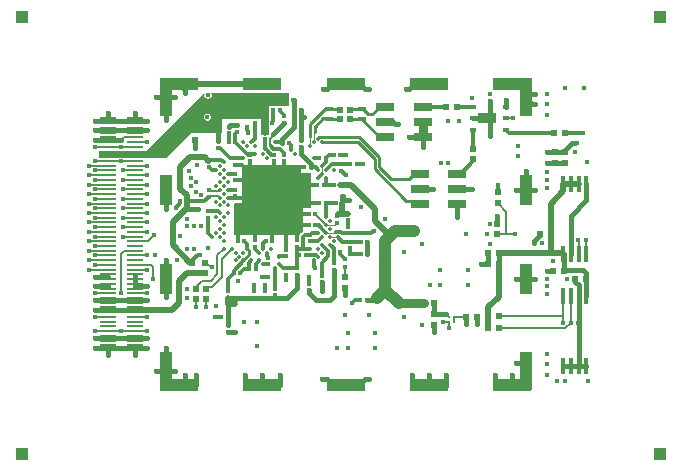
<source format=gbl>
G04 (created by PCBNEW (2013-07-07 BZR 4022)-stable) date 19/11/2015 00:50:24*
%MOIN*%
G04 Gerber Fmt 3.4, Leading zero omitted, Abs format*
%FSLAX34Y34*%
G01*
G70*
G90*
G04 APERTURE LIST*
%ADD10C,0.00590551*%
%ADD11R,0.0177165X0.0570866*%
%ADD12R,0.0392X0.0392*%
%ADD13R,0.0195X0.0195*%
%ADD14R,0.0137795X0.011811*%
%ADD15R,0.011811X0.0137795*%
%ADD16R,0.0606299X0.0362205*%
%ADD17R,0.011811X0.015748*%
%ADD18R,0.023622X0.015748*%
%ADD19R,0.0649X0.0299*%
%ADD20R,0.129921X0.0393701*%
%ADD21R,0.0393701X0.129921*%
%ADD22R,0.0393701X0.102362*%
%ADD23R,0.0566929X0.00905512*%
%ADD24R,0.0649606X0.0299213*%
%ADD25R,0.0259X0.014*%
%ADD26C,0.00866142*%
%ADD27C,0.015748*%
%ADD28C,0.0137795*%
%ADD29C,0.015748*%
%ADD30C,0.00787402*%
%ADD31C,0.019685*%
%ADD32C,0.011811*%
%ADD33C,0.00393701*%
%ADD34C,0.0314961*%
%ADD35C,0.0393701*%
%ADD36C,0.0129921*%
%ADD37C,0.00984252*%
G04 APERTURE END LIST*
G54D10*
G54D11*
X79832Y-57696D03*
X79576Y-57696D03*
X79320Y-57696D03*
X79064Y-57696D03*
X79064Y-55374D03*
X79320Y-55374D03*
X79576Y-55374D03*
X79832Y-55374D03*
G54D12*
X61023Y-60629D03*
X61023Y-46062D03*
X82283Y-60629D03*
X82283Y-46062D03*
G54D13*
X67106Y-54606D03*
X67106Y-54252D03*
X66811Y-55118D03*
X66811Y-55472D03*
X67165Y-55118D03*
X67165Y-55472D03*
X76555Y-56023D03*
X76909Y-56023D03*
G54D14*
X67893Y-56348D03*
X67893Y-56564D03*
G54D11*
X79064Y-51633D03*
X79320Y-51633D03*
X79576Y-51633D03*
X79832Y-51633D03*
X79832Y-53956D03*
X79576Y-53956D03*
X79320Y-53956D03*
X79064Y-53956D03*
G54D14*
X67244Y-51840D03*
X67244Y-52057D03*
X69232Y-54084D03*
X69232Y-54301D03*
X69822Y-54045D03*
X69822Y-53828D03*
X69114Y-55423D03*
X69114Y-55206D03*
G54D15*
X67883Y-56062D03*
X67667Y-56062D03*
X69438Y-54724D03*
X69222Y-54724D03*
X66289Y-52204D03*
X66505Y-52204D03*
G54D14*
X71870Y-52844D03*
X71870Y-52627D03*
G54D15*
X70580Y-52618D03*
X70797Y-52618D03*
G54D14*
X68110Y-52037D03*
X68110Y-51820D03*
G54D15*
X68218Y-53523D03*
X68435Y-53523D03*
X69143Y-53523D03*
X69360Y-53523D03*
G54D14*
X67224Y-52765D03*
X67224Y-52549D03*
X70187Y-53730D03*
X70187Y-53513D03*
X70314Y-50383D03*
X70314Y-50167D03*
X68188Y-49891D03*
X68188Y-49675D03*
G54D15*
X70068Y-48818D03*
X69852Y-48818D03*
G54D14*
X69744Y-49596D03*
X69744Y-49379D03*
G54D15*
X72293Y-55511D03*
X72509Y-55511D03*
G54D14*
X68740Y-55206D03*
X68740Y-55423D03*
X70590Y-54950D03*
X70590Y-55167D03*
X70187Y-54438D03*
X70187Y-54655D03*
G54D15*
X72175Y-50964D03*
X71958Y-50964D03*
G54D14*
X71653Y-51190D03*
X71653Y-50974D03*
G54D15*
X71624Y-53897D03*
X71407Y-53897D03*
X72312Y-53956D03*
X72529Y-53956D03*
G54D14*
X71968Y-53769D03*
X71968Y-53553D03*
X71023Y-54911D03*
X71023Y-54694D03*
G54D15*
X70797Y-54448D03*
X71013Y-54448D03*
G54D14*
X67893Y-55423D03*
X67893Y-55206D03*
G54D15*
X71624Y-50669D03*
X71407Y-50669D03*
X70935Y-50767D03*
X71151Y-50767D03*
G54D14*
X69744Y-50659D03*
X69744Y-50875D03*
G54D15*
X69694Y-50255D03*
X69911Y-50255D03*
X68120Y-50216D03*
X67903Y-50216D03*
X70639Y-51082D03*
X70423Y-51082D03*
X71407Y-51673D03*
X71624Y-51673D03*
X71072Y-51673D03*
X70856Y-51673D03*
G54D14*
X67539Y-50423D03*
X67539Y-50206D03*
X68110Y-50777D03*
X68110Y-50994D03*
X69409Y-50659D03*
X69409Y-50875D03*
G54D15*
X69124Y-49586D03*
X69340Y-49586D03*
G54D14*
X71417Y-54498D03*
X71417Y-54281D03*
X68110Y-51505D03*
X68110Y-51289D03*
X67244Y-51072D03*
X67244Y-50856D03*
X68622Y-50659D03*
X68622Y-50875D03*
G54D15*
X68553Y-49940D03*
X68769Y-49940D03*
G54D14*
X68779Y-49379D03*
X68779Y-49596D03*
G54D15*
X70088Y-49173D03*
X70305Y-49173D03*
X71151Y-52263D03*
X70935Y-52263D03*
X71702Y-52263D03*
X71486Y-52263D03*
X70580Y-52992D03*
X70797Y-52992D03*
G54D14*
X69822Y-54438D03*
X69822Y-54655D03*
X68799Y-53730D03*
X68799Y-53513D03*
G54D15*
X68809Y-54468D03*
X68592Y-54468D03*
X68297Y-54606D03*
X68080Y-54606D03*
G54D13*
X76870Y-52263D03*
X76870Y-51909D03*
X75157Y-49055D03*
X75511Y-49055D03*
X76909Y-54291D03*
X76555Y-54291D03*
X76850Y-53306D03*
X76850Y-52952D03*
G54D14*
X71535Y-52923D03*
X71535Y-52706D03*
G54D13*
X66771Y-50177D03*
X66771Y-49823D03*
G54D14*
X69448Y-55344D03*
X69448Y-55127D03*
G54D13*
X71791Y-54744D03*
X71791Y-55098D03*
X66692Y-54606D03*
X66692Y-54252D03*
G54D15*
X70265Y-54015D03*
X70482Y-54015D03*
G54D13*
X79822Y-54803D03*
X79468Y-54803D03*
X78641Y-53307D03*
X78287Y-53307D03*
X79074Y-54527D03*
X78720Y-54527D03*
G54D14*
X69133Y-49931D03*
X69133Y-50147D03*
G54D15*
X72312Y-53562D03*
X72529Y-53562D03*
G54D14*
X70629Y-53316D03*
X70629Y-53533D03*
G54D13*
X76555Y-56437D03*
X76909Y-56437D03*
X78760Y-49921D03*
X79114Y-49921D03*
X76062Y-50806D03*
X76062Y-50452D03*
X76909Y-53917D03*
X76555Y-53917D03*
G54D16*
X76515Y-49448D03*
G54D17*
X76614Y-48877D03*
X76614Y-50019D03*
G54D18*
X77165Y-49822D03*
X77165Y-49448D03*
X77165Y-49074D03*
X76062Y-49074D03*
X76062Y-49448D03*
X76062Y-49822D03*
G54D19*
X75526Y-51790D03*
X74275Y-51290D03*
X74275Y-51790D03*
X74275Y-52290D03*
X75526Y-52290D03*
X75526Y-51290D03*
G54D20*
X71811Y-48287D03*
X71811Y-58326D03*
X77362Y-48287D03*
G54D21*
X77814Y-48740D03*
G54D20*
X66259Y-48287D03*
G54D21*
X65807Y-48740D03*
X77814Y-57874D03*
G54D20*
X77362Y-58326D03*
X66259Y-58326D03*
G54D21*
X65807Y-57874D03*
G54D20*
X74586Y-58326D03*
X69035Y-58326D03*
X69035Y-48287D03*
G54D22*
X65807Y-54783D03*
X65807Y-51830D03*
X77814Y-54783D03*
X77814Y-51830D03*
G54D20*
X74586Y-48287D03*
G54D23*
X64791Y-53543D03*
X64791Y-53858D03*
X64791Y-53700D03*
X64791Y-54015D03*
X64791Y-54645D03*
X64791Y-54488D03*
X64791Y-54173D03*
X64791Y-54330D03*
X64791Y-55905D03*
X64791Y-55748D03*
X64791Y-55433D03*
X64791Y-55590D03*
X64791Y-54960D03*
X64791Y-54803D03*
X64791Y-55118D03*
X64791Y-55275D03*
X64791Y-56535D03*
X64791Y-56377D03*
X64791Y-56062D03*
X64791Y-56220D03*
X64791Y-56850D03*
X64791Y-56692D03*
X64791Y-57007D03*
X64791Y-57165D03*
X63870Y-55433D03*
X63870Y-55275D03*
X63870Y-54960D03*
X63870Y-55118D03*
X63870Y-56692D03*
X63870Y-56535D03*
X63870Y-56220D03*
X63870Y-56377D03*
X63870Y-55748D03*
X63870Y-55590D03*
X63870Y-55905D03*
X63870Y-56062D03*
X63870Y-57165D03*
X63870Y-56850D03*
X63870Y-57007D03*
X64791Y-53385D03*
X63870Y-54488D03*
X63870Y-54330D03*
X63870Y-54015D03*
X63870Y-54173D03*
X63870Y-54803D03*
X63870Y-54645D03*
X63870Y-53543D03*
X63870Y-53385D03*
X63870Y-53700D03*
X63870Y-53858D03*
X63870Y-50078D03*
X63870Y-49921D03*
X63870Y-49606D03*
X63870Y-49763D03*
X64791Y-50078D03*
X64791Y-49921D03*
X64791Y-49606D03*
X64791Y-49763D03*
X64791Y-49448D03*
X63870Y-49448D03*
X63870Y-50708D03*
X63870Y-50551D03*
X63870Y-50236D03*
X63870Y-50393D03*
X64791Y-50708D03*
X64791Y-50551D03*
X64791Y-50236D03*
X64791Y-50393D03*
X63870Y-51968D03*
X63870Y-51811D03*
X63870Y-51496D03*
X63870Y-51653D03*
X64791Y-51968D03*
X64791Y-51811D03*
X64791Y-51496D03*
X64791Y-51653D03*
X64791Y-51023D03*
X64791Y-50866D03*
X64791Y-51181D03*
X64791Y-51338D03*
X63870Y-51023D03*
X63870Y-50866D03*
X63870Y-51181D03*
X63870Y-51338D03*
X63870Y-52598D03*
X63870Y-52440D03*
X63870Y-52125D03*
X63870Y-52283D03*
X64791Y-52598D03*
X64791Y-52440D03*
X64791Y-52125D03*
X64791Y-52283D03*
X64791Y-52913D03*
X64791Y-52755D03*
X64791Y-53070D03*
X64791Y-53228D03*
X63870Y-52913D03*
X63870Y-52755D03*
X63870Y-53070D03*
X63870Y-53228D03*
G54D24*
X73124Y-49057D03*
X73124Y-50057D03*
X74375Y-49057D03*
X74375Y-50057D03*
X74375Y-49557D03*
X73124Y-49557D03*
G54D13*
X71614Y-49468D03*
X71968Y-49468D03*
X71614Y-49153D03*
X71968Y-49153D03*
G54D25*
X71240Y-49481D03*
X71240Y-49141D03*
X72342Y-49481D03*
X72342Y-49141D03*
G54D13*
X79114Y-50571D03*
X79114Y-50925D03*
X78779Y-50571D03*
X78779Y-50925D03*
G54D25*
X79448Y-50268D03*
X79448Y-49928D03*
G54D13*
X75826Y-56062D03*
X76180Y-56062D03*
X74763Y-55964D03*
X74763Y-56318D03*
X74409Y-55610D03*
X74763Y-55610D03*
G54D26*
X75255Y-56062D03*
X75255Y-56220D03*
X75413Y-56220D03*
X75413Y-56062D03*
G54D27*
X69625Y-48818D03*
X68582Y-48681D03*
X67874Y-48779D03*
X69212Y-48858D03*
X71830Y-50669D03*
X71929Y-52165D03*
X71023Y-55196D03*
X71712Y-52027D03*
X72529Y-53759D03*
X68110Y-55629D03*
X67893Y-55629D03*
X70413Y-49409D03*
X74074Y-53208D03*
X63464Y-55511D03*
X64330Y-55511D03*
X65196Y-55511D03*
X68405Y-56240D03*
X73759Y-53897D03*
X71791Y-55984D03*
X73759Y-56062D03*
X68838Y-56240D03*
X69625Y-49153D03*
X71417Y-55374D03*
X67913Y-49724D03*
X72401Y-50964D03*
X73129Y-52814D03*
X75826Y-56299D03*
X78503Y-50570D03*
X78366Y-53602D03*
X77165Y-53917D03*
X76870Y-51653D03*
X77165Y-48838D03*
X65196Y-55826D03*
X64330Y-55826D03*
X63464Y-55826D03*
G54D28*
X70890Y-53264D03*
X69580Y-54313D03*
X70629Y-53789D03*
X68662Y-50249D03*
X67745Y-52216D03*
G54D27*
X63267Y-53858D03*
X63464Y-51496D03*
G54D28*
X67614Y-51036D03*
G54D27*
X63267Y-51338D03*
G54D28*
X67745Y-51167D03*
G54D27*
X63267Y-51023D03*
G54D28*
X67744Y-51691D03*
G54D27*
X63464Y-52125D03*
G54D28*
X67481Y-51691D03*
G54D27*
X65196Y-51023D03*
X66850Y-50984D03*
G54D28*
X67614Y-51298D03*
G54D27*
X63267Y-51653D03*
X63464Y-51811D03*
G54D28*
X67745Y-51429D03*
G54D27*
X63464Y-51181D03*
G54D28*
X67876Y-51560D03*
G54D27*
X66574Y-51200D03*
X64370Y-51181D03*
X65196Y-51338D03*
X66653Y-51417D03*
G54D28*
X67614Y-51560D03*
G54D27*
X63267Y-51968D03*
X66811Y-51574D03*
X64370Y-51496D03*
X63267Y-53228D03*
G54D28*
X67745Y-53527D03*
G54D27*
X64370Y-53385D03*
G54D28*
X67614Y-53396D03*
G54D27*
X63267Y-52283D03*
G54D28*
X67745Y-52740D03*
G54D27*
X63464Y-52440D03*
G54D28*
X67483Y-52740D03*
X67744Y-53264D03*
G54D27*
X63464Y-53385D03*
G54D28*
X67481Y-53264D03*
G54D27*
X65196Y-53228D03*
X63267Y-52913D03*
G54D28*
X67614Y-53133D03*
G54D27*
X63464Y-53070D03*
X66751Y-53799D03*
X63464Y-52755D03*
G54D28*
X67745Y-53002D03*
G54D27*
X66988Y-53031D03*
X64370Y-53070D03*
X63267Y-52598D03*
G54D28*
X67614Y-52871D03*
G54D27*
X65196Y-52913D03*
X66751Y-53031D03*
X66988Y-51988D03*
X65196Y-51968D03*
X66515Y-52795D03*
X65196Y-52598D03*
X66811Y-51889D03*
X64370Y-51811D03*
X64370Y-52440D03*
G54D28*
X67876Y-52609D03*
G54D27*
X63464Y-54330D03*
X67500Y-55688D03*
X65393Y-54803D03*
X67165Y-55728D03*
X66811Y-55728D03*
X63267Y-54488D03*
X63267Y-54173D03*
X66535Y-55118D03*
X75039Y-56220D03*
X75255Y-56437D03*
X76181Y-56299D03*
X74763Y-56555D03*
X78503Y-51771D03*
X78503Y-51220D03*
X78503Y-51496D03*
X78503Y-50925D03*
X78720Y-54192D03*
X78090Y-53602D03*
X78503Y-54527D03*
X76003Y-51791D03*
X73562Y-49625D03*
X73917Y-50059D03*
X74370Y-50413D03*
X75570Y-49547D03*
X75216Y-49547D03*
X76023Y-48759D03*
X71515Y-57086D03*
X71870Y-57086D03*
X72775Y-57086D03*
X71870Y-56594D03*
X72775Y-56594D03*
X74960Y-54488D03*
X75885Y-54488D03*
X75885Y-55000D03*
X74960Y-55000D03*
X74625Y-55000D03*
X64783Y-57342D03*
X64330Y-50866D03*
X63877Y-57342D03*
X63464Y-56062D03*
X65196Y-55275D03*
X65196Y-56535D03*
X64330Y-56535D03*
X63464Y-56535D03*
X63464Y-57086D03*
X63464Y-56771D03*
X64330Y-57086D03*
X64330Y-56771D03*
X65196Y-56771D03*
X65196Y-57086D03*
X65196Y-56062D03*
X65196Y-55039D03*
X63464Y-55275D03*
X63464Y-55039D03*
X63464Y-54724D03*
X63464Y-50866D03*
X64330Y-50393D03*
X63464Y-50393D03*
X64783Y-49271D03*
X63877Y-49271D03*
X64330Y-50157D03*
X63464Y-50157D03*
X65196Y-49842D03*
X63464Y-49842D03*
X64330Y-49842D03*
X63464Y-49527D03*
X64330Y-49527D03*
X65196Y-49527D03*
X67460Y-56062D03*
X66141Y-52421D03*
X71791Y-55334D03*
X66122Y-57874D03*
X65492Y-57874D03*
X66830Y-58011D03*
X66456Y-58011D03*
X69606Y-58011D03*
X68464Y-58011D03*
X69035Y-58011D03*
X72578Y-58129D03*
X71003Y-58129D03*
X75157Y-58011D03*
X74015Y-58011D03*
X74586Y-58011D03*
X77500Y-57598D03*
X76791Y-58011D03*
X77362Y-58011D03*
X77500Y-54783D03*
X78129Y-54783D03*
X77814Y-51200D03*
X78129Y-51830D03*
X77500Y-51830D03*
X78129Y-48976D03*
X78129Y-48622D03*
X73818Y-48464D03*
X72578Y-48464D03*
X71043Y-48464D03*
X66456Y-48602D03*
X65492Y-48740D03*
X66122Y-48740D03*
X78503Y-49330D03*
X78503Y-48622D03*
X79133Y-48444D03*
X79763Y-48444D03*
X78503Y-48976D03*
X79330Y-53503D03*
X79842Y-50905D03*
X79448Y-50551D03*
X79192Y-54803D03*
X78503Y-54803D03*
X78503Y-55295D03*
X78503Y-55039D03*
X79566Y-56259D03*
X78503Y-57283D03*
X78503Y-57992D03*
X79881Y-58188D03*
X78858Y-58188D03*
X79133Y-58188D03*
X78503Y-57637D03*
X68838Y-57047D03*
X72598Y-55984D03*
X77539Y-50708D03*
X76850Y-52696D03*
X76318Y-54291D03*
X75807Y-53307D03*
X76614Y-52972D03*
X76614Y-53641D03*
X76515Y-53307D03*
X77539Y-50354D03*
X76614Y-49783D03*
X76614Y-48641D03*
X76515Y-49448D03*
X76614Y-49114D03*
X66535Y-55433D03*
X65807Y-49507D03*
X65807Y-57106D03*
X65807Y-55413D03*
X65807Y-54153D03*
X65807Y-52460D03*
X66515Y-53799D03*
X66181Y-54153D03*
X74350Y-53641D03*
X74360Y-56328D03*
X75531Y-52716D03*
X74980Y-50925D03*
X74724Y-51791D03*
X75216Y-50925D03*
X67185Y-49389D03*
X69389Y-49153D03*
X68523Y-49744D03*
X67204Y-48661D03*
G54D28*
X69974Y-50511D03*
G54D27*
X69763Y-51062D03*
X69763Y-51338D03*
X69488Y-51338D03*
X70039Y-51062D03*
X70314Y-51614D03*
X70314Y-52165D03*
X70039Y-52716D03*
X70314Y-52992D03*
X70039Y-52992D03*
X69763Y-52992D03*
X69232Y-52992D03*
X68700Y-52992D03*
X68149Y-52992D03*
X68700Y-52165D03*
X68425Y-51062D03*
X68700Y-51614D03*
X68700Y-51338D03*
X68700Y-51062D03*
X69232Y-51062D03*
X68956Y-51062D03*
X69488Y-51062D03*
X68956Y-51338D03*
X69232Y-51338D03*
X68425Y-51338D03*
X70039Y-51338D03*
X70314Y-51338D03*
X70590Y-51338D03*
X70590Y-51614D03*
X70039Y-51614D03*
X69763Y-51614D03*
X68425Y-51614D03*
X69232Y-51614D03*
X68956Y-51614D03*
X69488Y-51614D03*
X69488Y-52165D03*
X68956Y-52165D03*
X69232Y-52165D03*
X68425Y-52165D03*
X69763Y-52165D03*
X70039Y-52165D03*
X70590Y-52165D03*
X70590Y-51889D03*
X70314Y-51889D03*
X70039Y-51889D03*
X69763Y-51889D03*
X68425Y-51889D03*
X68700Y-51889D03*
X69232Y-51889D03*
X68956Y-51889D03*
X69488Y-51889D03*
X69488Y-52992D03*
X68956Y-52992D03*
X68425Y-52992D03*
X70039Y-53267D03*
X69763Y-53267D03*
X68149Y-53267D03*
X68425Y-53267D03*
X68700Y-53267D03*
X69232Y-53267D03*
X68956Y-53267D03*
X69488Y-53267D03*
X69488Y-52716D03*
X68956Y-52716D03*
X69232Y-52716D03*
X68700Y-52716D03*
X68425Y-52716D03*
X69763Y-52716D03*
X70314Y-52716D03*
X70314Y-52440D03*
X70039Y-52440D03*
X69763Y-52440D03*
X68149Y-52440D03*
X68425Y-52440D03*
X68700Y-52440D03*
X69232Y-52440D03*
X68956Y-52440D03*
X69488Y-52440D03*
X72322Y-52401D03*
X71811Y-51338D03*
G54D28*
X70760Y-54182D03*
G54D27*
X71791Y-54133D03*
G54D28*
X70891Y-53789D03*
G54D27*
X68228Y-54881D03*
G54D28*
X68662Y-54182D03*
X69056Y-54313D03*
G54D27*
X71968Y-53976D03*
X69015Y-54724D03*
X69114Y-55000D03*
X69822Y-54842D03*
X71870Y-53070D03*
G54D28*
X71416Y-53527D03*
X71285Y-53133D03*
X71285Y-52871D03*
X70760Y-50774D03*
X70105Y-50642D03*
X69187Y-50774D03*
X69056Y-50642D03*
X68792Y-50380D03*
X68400Y-50249D03*
G54D27*
X67913Y-49940D03*
G54D28*
X68400Y-53920D03*
X67351Y-53396D03*
X67483Y-51167D03*
X67614Y-51822D03*
X67876Y-52085D03*
G54D27*
X67224Y-53779D03*
G54D28*
X67745Y-51953D03*
G54D27*
X64330Y-55275D03*
X77401Y-49448D03*
X65196Y-54015D03*
X77460Y-53307D03*
X65452Y-54015D03*
X63464Y-53700D03*
X66653Y-51712D03*
X65196Y-51653D03*
X66515Y-53031D03*
X64370Y-52755D03*
G54D28*
X71022Y-50249D03*
G54D27*
X79724Y-49921D03*
G54D28*
X70760Y-50249D03*
X70628Y-50380D03*
X70891Y-50118D03*
X69187Y-50511D03*
X71153Y-51429D03*
X69449Y-54444D03*
X69317Y-50380D03*
X69449Y-50249D03*
X68268Y-50380D03*
X68794Y-50642D03*
G54D27*
X70590Y-54744D03*
G54D28*
X68925Y-53920D03*
X69579Y-54051D03*
X68925Y-54182D03*
G54D27*
X72027Y-55590D03*
G54D28*
X71416Y-51167D03*
X70891Y-51167D03*
X68400Y-50774D03*
X70890Y-54051D03*
X69187Y-53920D03*
G54D27*
X68740Y-55000D03*
X68110Y-56574D03*
G54D28*
X69056Y-53789D03*
G54D27*
X66889Y-52460D03*
X66968Y-53996D03*
G54D28*
X67744Y-50905D03*
X67614Y-52085D03*
X71153Y-51167D03*
X70891Y-51429D03*
X71022Y-51036D03*
X71022Y-53658D03*
X68531Y-53789D03*
X68400Y-54182D03*
X67614Y-52609D03*
G54D27*
X66299Y-53366D03*
X66771Y-50433D03*
G54D28*
X67876Y-51298D03*
X67876Y-51822D03*
X71153Y-52740D03*
X71022Y-53396D03*
X71285Y-53658D03*
X71153Y-53002D03*
X71285Y-53396D03*
G54D27*
X72736Y-53208D03*
G54D28*
X71022Y-53133D03*
X68007Y-53789D03*
X67745Y-53789D03*
G54D27*
X79822Y-53503D03*
G54D28*
X68268Y-54051D03*
G54D27*
X79055Y-56259D03*
X79566Y-53503D03*
G54D28*
X68138Y-54182D03*
G54D27*
X79311Y-56259D03*
X71791Y-54389D03*
G54D28*
X69318Y-53789D03*
G54D27*
X63464Y-54015D03*
G54D28*
X68138Y-53920D03*
X68530Y-50380D03*
G54D27*
X65196Y-50236D03*
X65413Y-53346D03*
G54D28*
X67483Y-52216D03*
G54D27*
X64370Y-52125D03*
G54D28*
X67614Y-52347D03*
G54D27*
X65196Y-52283D03*
X65196Y-54488D03*
G54D28*
X71022Y-53920D03*
G54D27*
X63267Y-53543D03*
X67342Y-54409D03*
G54D28*
X67876Y-52347D03*
G54D29*
X63870Y-50629D02*
X64803Y-50629D01*
G54D30*
X63870Y-50551D02*
X63870Y-50629D01*
X63870Y-50629D02*
X63870Y-50708D01*
X64862Y-50551D02*
X64862Y-50570D01*
X64862Y-50708D02*
X64862Y-50551D01*
X64862Y-50570D02*
X64803Y-50629D01*
G54D31*
X64803Y-50629D02*
X65383Y-50629D01*
X65383Y-50629D02*
X66481Y-49532D01*
G54D29*
X67893Y-55629D02*
X67893Y-56053D01*
X67893Y-56053D02*
X67883Y-56062D01*
X67893Y-56348D02*
X67893Y-56072D01*
X67893Y-56072D02*
X67883Y-56062D01*
X67539Y-50206D02*
X67539Y-49124D01*
X67539Y-49124D02*
X67534Y-49119D01*
X69124Y-49586D02*
X69124Y-48858D01*
X68779Y-49379D02*
X68779Y-48858D01*
X68582Y-48858D02*
X68582Y-48681D01*
X66894Y-49119D02*
X67534Y-49119D01*
X67534Y-49119D02*
X67874Y-48779D01*
X69212Y-48858D02*
X69124Y-48858D01*
X69124Y-48858D02*
X68779Y-48858D01*
X68779Y-48858D02*
X68582Y-48858D01*
X68582Y-48858D02*
X67952Y-48858D01*
X67952Y-48858D02*
X67874Y-48779D01*
X69625Y-48818D02*
X69251Y-48818D01*
G54D32*
X69625Y-48818D02*
X69852Y-48818D01*
G54D29*
X69251Y-48818D02*
X69212Y-48858D01*
G54D31*
X66771Y-49823D02*
X66771Y-49822D01*
X66771Y-49822D02*
X66481Y-49532D01*
X66481Y-49532D02*
X66894Y-49119D01*
X66894Y-49119D02*
X66899Y-49114D01*
G54D32*
X69448Y-55344D02*
X69448Y-55421D01*
G54D29*
X67893Y-55511D02*
X68110Y-55511D01*
G54D33*
X71535Y-52706D02*
X71535Y-52657D01*
X71535Y-52657D02*
X71564Y-52627D01*
G54D32*
X71830Y-50669D02*
X71624Y-50669D01*
G54D29*
X71929Y-52165D02*
X71702Y-52165D01*
X71023Y-54911D02*
X71023Y-55196D01*
X71702Y-52037D02*
X71712Y-52027D01*
X71702Y-52165D02*
X71702Y-52037D01*
X71702Y-52263D02*
X71702Y-52165D01*
X72529Y-53562D02*
X72529Y-53553D01*
G54D31*
X71702Y-52263D02*
X71702Y-52559D01*
X71702Y-52559D02*
X71702Y-52627D01*
X71702Y-52627D02*
X71712Y-52627D01*
G54D29*
X68740Y-55423D02*
X67893Y-55423D01*
X69448Y-55421D02*
X69854Y-55421D01*
X70187Y-55088D02*
X70187Y-54655D01*
X69854Y-55421D02*
X70187Y-55088D01*
X69448Y-55421D02*
X69116Y-55421D01*
X69116Y-55421D02*
X69114Y-55423D01*
X68740Y-55423D02*
X69114Y-55423D01*
G54D31*
X68110Y-55629D02*
X67893Y-55629D01*
X67893Y-55629D02*
X67893Y-55511D01*
X67893Y-55511D02*
X67893Y-55423D01*
X71870Y-52627D02*
X71712Y-52627D01*
X71712Y-52627D02*
X71564Y-52627D01*
X71564Y-52627D02*
X71537Y-52627D01*
G54D32*
X71537Y-52627D02*
X71535Y-52629D01*
G54D29*
X72529Y-53562D02*
X72529Y-53759D01*
X72529Y-53759D02*
X72529Y-53956D01*
G54D31*
X69124Y-49586D02*
X69124Y-49921D01*
G54D32*
X69124Y-49921D02*
X69133Y-49931D01*
G54D34*
X74409Y-55610D02*
X73582Y-55610D01*
G54D35*
X73582Y-55610D02*
X73129Y-55157D01*
G54D31*
X71624Y-51673D02*
X71988Y-51673D01*
X72795Y-52874D02*
X73287Y-53366D01*
X72795Y-52480D02*
X72795Y-52874D01*
X71988Y-51673D02*
X72795Y-52480D01*
G54D35*
X74074Y-53208D02*
X73444Y-53208D01*
X73444Y-53208D02*
X73287Y-53366D01*
X73287Y-53366D02*
X73129Y-53523D01*
X73129Y-55157D02*
X73129Y-53523D01*
G54D29*
X72775Y-55511D02*
X72854Y-55433D01*
G54D35*
X73129Y-55157D02*
X72854Y-55433D01*
G54D29*
X72509Y-55511D02*
X72775Y-55511D01*
X70413Y-49409D02*
X70314Y-49409D01*
X70314Y-49704D02*
X70314Y-49409D01*
X70314Y-49409D02*
X70314Y-49183D01*
X70314Y-49183D02*
X70305Y-49173D01*
X70314Y-50167D02*
X70314Y-49704D01*
X70314Y-49704D02*
X70314Y-49507D01*
X73307Y-53346D02*
X73297Y-53356D01*
G54D35*
X73129Y-53523D02*
X73297Y-53356D01*
G54D29*
X63870Y-55511D02*
X63464Y-55511D01*
X63870Y-55511D02*
X64330Y-55511D01*
X64330Y-55511D02*
X64803Y-55511D01*
X64791Y-55511D02*
X64803Y-55511D01*
X64803Y-55511D02*
X65196Y-55511D01*
G54D30*
X64791Y-55433D02*
X64791Y-55511D01*
X64791Y-55511D02*
X64791Y-55590D01*
X63870Y-55433D02*
X63870Y-55511D01*
X63870Y-55511D02*
X63870Y-55590D01*
G54D32*
X69744Y-49330D02*
X69625Y-49212D01*
X69625Y-49212D02*
X69625Y-49153D01*
X69744Y-49379D02*
X69744Y-49330D01*
G54D29*
X70590Y-55167D02*
X70590Y-55255D01*
X71417Y-55374D02*
X71417Y-54498D01*
X71299Y-55492D02*
X71417Y-55374D01*
X70826Y-55492D02*
X71299Y-55492D01*
X70590Y-55255D02*
X70826Y-55492D01*
X67962Y-49675D02*
X68188Y-49675D01*
X67962Y-49675D02*
X67913Y-49724D01*
G54D32*
X72401Y-50964D02*
X72175Y-50964D01*
G54D30*
X75413Y-56220D02*
X75413Y-56062D01*
X75413Y-56062D02*
X75826Y-56062D01*
G54D29*
X75826Y-56299D02*
X75826Y-56299D01*
X75826Y-56299D02*
X75826Y-56062D01*
X78504Y-50571D02*
X78503Y-50570D01*
X78779Y-50571D02*
X78504Y-50571D01*
X79448Y-50268D02*
X79337Y-50268D01*
X79114Y-50492D02*
X79114Y-50571D01*
X79337Y-50268D02*
X79114Y-50492D01*
X78779Y-50571D02*
X79114Y-50571D01*
G54D31*
X76909Y-54291D02*
X76909Y-55393D01*
X76909Y-55393D02*
X76555Y-55747D01*
X76909Y-53917D02*
X78641Y-53917D01*
G54D29*
X76909Y-54291D02*
X76909Y-53917D01*
X76909Y-53917D02*
X77165Y-53917D01*
G54D32*
X76870Y-51653D02*
X76870Y-51909D01*
G54D29*
X77165Y-48838D02*
X77165Y-49074D01*
G54D31*
X64881Y-55826D02*
X65196Y-55826D01*
X65196Y-55826D02*
X66023Y-55826D01*
X66023Y-55826D02*
X66259Y-55590D01*
X66259Y-55590D02*
X66259Y-54862D01*
X66259Y-54862D02*
X66515Y-54606D01*
X66515Y-54606D02*
X66692Y-54606D01*
X67106Y-54606D02*
X66692Y-54606D01*
G54D29*
X64791Y-55826D02*
X64330Y-55826D01*
G54D31*
X64862Y-55826D02*
X64881Y-55826D01*
G54D29*
X64330Y-55826D02*
X63870Y-55826D01*
X63870Y-55826D02*
X63464Y-55826D01*
G54D30*
X64791Y-55748D02*
X64791Y-55826D01*
X64791Y-55826D02*
X64791Y-55905D01*
X64862Y-55748D02*
X64862Y-55905D01*
X64862Y-55748D02*
X64862Y-55826D01*
X63870Y-55748D02*
X63870Y-55826D01*
X63870Y-55826D02*
X63870Y-55905D01*
G54D31*
X76555Y-56023D02*
X76555Y-56437D01*
X76555Y-55747D02*
X76555Y-56023D01*
G54D29*
X79822Y-54803D02*
X79822Y-54586D01*
X79822Y-54586D02*
X79724Y-54488D01*
X79832Y-55374D02*
X79832Y-54813D01*
X79832Y-54813D02*
X79822Y-54803D01*
G54D31*
X78641Y-53917D02*
X79025Y-53917D01*
X79025Y-53917D02*
X79064Y-53956D01*
G54D29*
X79114Y-54488D02*
X79074Y-54527D01*
X79724Y-54488D02*
X79114Y-54488D01*
X79074Y-54527D02*
X79074Y-53966D01*
X79074Y-53966D02*
X79064Y-53956D01*
G54D31*
X78641Y-53307D02*
X78641Y-52303D01*
X79064Y-51879D02*
X79064Y-51633D01*
X78641Y-52303D02*
X79064Y-51879D01*
X79320Y-51633D02*
X79064Y-51633D01*
X79576Y-51633D02*
X79320Y-51633D01*
X78641Y-53307D02*
X78641Y-53917D01*
G54D32*
X70265Y-54015D02*
X70189Y-54015D01*
X70189Y-54015D02*
X70187Y-54017D01*
X70393Y-53789D02*
X70393Y-53385D01*
X70462Y-53316D02*
X70629Y-53316D01*
X70393Y-53385D02*
X70462Y-53316D01*
X70890Y-53264D02*
X70681Y-53264D01*
X70681Y-53264D02*
X70629Y-53316D01*
G54D33*
X70885Y-53267D02*
X70887Y-53267D01*
X70887Y-53267D02*
X70890Y-53264D01*
G54D32*
X69580Y-54313D02*
X69589Y-54313D01*
G54D33*
X69577Y-54311D02*
X69580Y-54313D01*
X69576Y-54311D02*
X69577Y-54311D01*
G54D32*
X69714Y-54438D02*
X69822Y-54438D01*
X69589Y-54313D02*
X69714Y-54438D01*
X69822Y-54438D02*
X70187Y-54438D01*
X70187Y-54438D02*
X70187Y-54017D01*
X70187Y-54017D02*
X70189Y-54015D01*
X70629Y-53789D02*
X70393Y-53789D01*
X70393Y-53789D02*
X70187Y-53789D01*
G54D33*
X70629Y-53799D02*
X70629Y-53789D01*
X70629Y-53789D02*
X70629Y-53789D01*
G54D32*
X70187Y-53789D02*
X70187Y-53730D01*
X70187Y-53730D02*
X70187Y-54013D01*
X70187Y-54013D02*
X70189Y-54015D01*
X70189Y-53925D02*
X70189Y-54015D01*
X68769Y-49940D02*
X68769Y-49606D01*
X68769Y-49606D02*
X68779Y-49596D01*
X68769Y-49940D02*
X68769Y-50142D01*
G54D33*
X68661Y-50251D02*
X68662Y-50249D01*
X68661Y-50251D02*
X68661Y-50255D01*
G54D32*
X68769Y-50142D02*
X68662Y-50249D01*
G54D30*
X67744Y-52216D02*
X67744Y-52216D01*
X67744Y-52216D02*
X67745Y-52216D01*
G54D10*
X63267Y-53858D02*
X63870Y-53858D01*
X63870Y-51496D02*
X63464Y-51496D01*
G54D30*
X67614Y-51036D02*
X67614Y-51035D01*
G54D10*
X63870Y-51338D02*
X63267Y-51338D01*
G54D30*
X67744Y-51168D02*
X67744Y-51169D01*
X67744Y-51168D02*
X67745Y-51167D01*
G54D10*
X63870Y-51023D02*
X63267Y-51023D01*
G54D30*
X67744Y-51692D02*
X67744Y-51691D01*
G54D10*
X63870Y-52125D02*
X63464Y-52125D01*
G54D30*
X67480Y-51692D02*
X67480Y-51692D01*
X67480Y-51692D02*
X67481Y-51691D01*
X64862Y-51023D02*
X65196Y-51023D01*
X67614Y-51299D02*
X67614Y-51298D01*
G54D10*
X63267Y-51653D02*
X63870Y-51653D01*
X63870Y-51811D02*
X63464Y-51811D01*
G54D30*
X67744Y-51429D02*
X67745Y-51429D01*
X67744Y-51429D02*
X67744Y-51429D01*
G54D10*
X63870Y-51181D02*
X63464Y-51181D01*
G54D30*
X67877Y-51559D02*
X67876Y-51560D01*
X64370Y-51181D02*
X64791Y-51181D01*
X64862Y-51338D02*
X65196Y-51338D01*
X67614Y-51559D02*
X67614Y-51560D01*
G54D10*
X63267Y-51968D02*
X63870Y-51968D01*
G54D30*
X64370Y-51496D02*
X64791Y-51496D01*
G54D10*
X63870Y-53228D02*
X63267Y-53228D01*
G54D30*
X67744Y-53527D02*
X67744Y-53527D01*
X67744Y-53527D02*
X67745Y-53527D01*
X64370Y-53385D02*
X64791Y-53385D01*
X67614Y-53396D02*
X67614Y-53397D01*
G54D10*
X63870Y-52283D02*
X63267Y-52283D01*
G54D30*
X67744Y-52740D02*
X67744Y-52740D01*
X67744Y-52740D02*
X67745Y-52740D01*
G54D10*
X63870Y-52440D02*
X63464Y-52440D01*
G54D30*
X67483Y-52740D02*
X67484Y-52740D01*
X67483Y-52740D02*
X67483Y-52740D01*
X67744Y-53263D02*
X67744Y-53264D01*
G54D10*
X63464Y-53385D02*
X63870Y-53385D01*
G54D30*
X67480Y-53263D02*
X67480Y-53263D01*
X67480Y-53263D02*
X67481Y-53264D01*
X65196Y-53228D02*
X64862Y-53228D01*
G54D10*
X63870Y-52913D02*
X63267Y-52913D01*
X63870Y-53070D02*
X63464Y-53070D01*
X63870Y-52755D02*
X63464Y-52755D01*
G54D30*
X67745Y-53002D02*
X67744Y-53003D01*
X64370Y-53070D02*
X64791Y-53070D01*
G54D10*
X63870Y-52598D02*
X63267Y-52598D01*
G54D30*
X67614Y-52871D02*
X67614Y-52870D01*
X65196Y-52913D02*
X64862Y-52913D01*
X65196Y-51968D02*
X64862Y-51968D01*
X65196Y-52598D02*
X64862Y-52598D01*
X64370Y-51811D02*
X64791Y-51811D01*
X64370Y-52440D02*
X64791Y-52440D01*
G54D10*
X63870Y-54330D02*
X63464Y-54330D01*
X65314Y-54330D02*
X65393Y-54409D01*
X65393Y-54409D02*
X65393Y-54803D01*
X64791Y-54330D02*
X65314Y-54330D01*
G54D30*
X67165Y-55728D02*
X67165Y-55472D01*
X66811Y-55472D02*
X66811Y-55728D01*
G54D10*
X63267Y-54488D02*
X63870Y-54488D01*
X63267Y-54173D02*
X63870Y-54173D01*
G54D30*
X75255Y-56220D02*
X75039Y-56220D01*
X75255Y-56220D02*
X75255Y-56437D01*
G54D29*
X76180Y-56062D02*
X76180Y-56299D01*
X76180Y-56299D02*
X76181Y-56299D01*
X74763Y-56318D02*
X74763Y-56555D01*
X78779Y-50925D02*
X79114Y-50925D01*
X78779Y-50925D02*
X78504Y-50925D01*
X78504Y-50925D02*
X78503Y-50925D01*
X79320Y-53602D02*
X79320Y-52687D01*
X79832Y-52175D02*
X79832Y-51633D01*
X79320Y-52687D02*
X79832Y-52175D01*
X78287Y-53307D02*
X78287Y-53326D01*
X78090Y-53523D02*
X78090Y-53602D01*
X78287Y-53326D02*
X78090Y-53523D01*
X78720Y-54527D02*
X78503Y-54527D01*
X75526Y-51790D02*
X76003Y-51790D01*
X76003Y-51790D02*
X76003Y-51791D01*
X73124Y-49557D02*
X73375Y-49557D01*
X73444Y-49625D02*
X73562Y-49625D01*
X73375Y-49557D02*
X73444Y-49625D01*
G54D34*
X74374Y-50056D02*
X74374Y-49556D01*
G54D29*
X74374Y-50056D02*
X73919Y-50056D01*
X73919Y-50056D02*
X73917Y-50059D01*
X74374Y-50056D02*
X74374Y-50408D01*
X74374Y-50408D02*
X74370Y-50413D01*
X64783Y-57086D02*
X64783Y-57342D01*
X63877Y-57086D02*
X63877Y-57342D01*
G54D30*
X63870Y-56062D02*
X63464Y-56062D01*
G54D29*
X64791Y-54704D02*
X64791Y-55039D01*
G54D30*
X64791Y-55275D02*
X65196Y-55275D01*
X64791Y-56535D02*
X65196Y-56535D01*
X64791Y-56535D02*
X64330Y-56535D01*
X64330Y-56535D02*
X63870Y-56535D01*
X63870Y-56535D02*
X63464Y-56535D01*
G54D29*
X63877Y-57086D02*
X63464Y-57086D01*
X63870Y-56771D02*
X63464Y-56771D01*
X63870Y-57086D02*
X63877Y-57086D01*
X63877Y-57086D02*
X64330Y-57086D01*
X64330Y-57086D02*
X64783Y-57086D01*
X64783Y-57086D02*
X64803Y-57086D01*
X63870Y-56771D02*
X64330Y-56771D01*
X64330Y-56771D02*
X64803Y-56771D01*
X64791Y-56771D02*
X64803Y-56771D01*
X64803Y-56771D02*
X65196Y-56771D01*
X64791Y-57086D02*
X64803Y-57086D01*
X64803Y-57086D02*
X65196Y-57086D01*
G54D30*
X64791Y-57007D02*
X64791Y-57086D01*
X64791Y-57086D02*
X64791Y-57165D01*
X64791Y-56692D02*
X64791Y-56771D01*
X64791Y-56771D02*
X64791Y-56850D01*
X63870Y-56850D02*
X63870Y-56771D01*
X63870Y-56771D02*
X63870Y-56692D01*
X63870Y-57007D02*
X63870Y-57086D01*
X63870Y-57086D02*
X63870Y-57165D01*
X64791Y-56062D02*
X65196Y-56062D01*
G54D29*
X64791Y-55039D02*
X65196Y-55039D01*
G54D30*
X64791Y-54645D02*
X64791Y-54704D01*
X64791Y-54704D02*
X64791Y-54803D01*
X64791Y-55118D02*
X64791Y-55039D01*
X64791Y-55039D02*
X64791Y-54960D01*
X63870Y-55275D02*
X63464Y-55275D01*
G54D29*
X63870Y-55039D02*
X63464Y-55039D01*
X63870Y-54724D02*
X63464Y-54724D01*
G54D30*
X63870Y-54960D02*
X63870Y-55039D01*
X63870Y-55039D02*
X63870Y-55118D01*
X63870Y-54645D02*
X63870Y-54724D01*
X63870Y-54724D02*
X63870Y-54803D01*
X64791Y-50866D02*
X64330Y-50866D01*
X64330Y-50866D02*
X63870Y-50866D01*
X63870Y-50866D02*
X63464Y-50866D01*
X64791Y-50393D02*
X64330Y-50393D01*
X64330Y-50393D02*
X63870Y-50393D01*
X63870Y-50393D02*
X63464Y-50393D01*
G54D29*
X64791Y-49527D02*
X64791Y-49279D01*
X64791Y-49279D02*
X64783Y-49271D01*
X63870Y-49527D02*
X63870Y-49279D01*
X63870Y-49279D02*
X63877Y-49271D01*
G54D30*
X64791Y-50078D02*
X64409Y-50078D01*
G54D29*
X64330Y-50157D02*
X63870Y-50157D01*
G54D30*
X64409Y-50078D02*
X64330Y-50157D01*
G54D29*
X63870Y-50157D02*
X63464Y-50157D01*
X64791Y-49842D02*
X65196Y-49842D01*
X63870Y-49842D02*
X63464Y-49842D01*
X64791Y-49842D02*
X64330Y-49842D01*
X64330Y-49842D02*
X63870Y-49842D01*
X63870Y-49527D02*
X63464Y-49527D01*
X63870Y-49527D02*
X64330Y-49527D01*
X64330Y-49527D02*
X64791Y-49527D01*
X64791Y-49527D02*
X65196Y-49527D01*
G54D30*
X64791Y-49921D02*
X64791Y-49842D01*
X64791Y-49842D02*
X64791Y-49763D01*
X63870Y-50236D02*
X63870Y-50157D01*
X63870Y-50157D02*
X63870Y-50078D01*
X63870Y-49921D02*
X63870Y-49842D01*
X63870Y-49842D02*
X63870Y-49763D01*
X63870Y-49606D02*
X63870Y-49527D01*
X63870Y-49527D02*
X63870Y-49448D01*
X64791Y-49606D02*
X64791Y-49527D01*
X64791Y-49527D02*
X64791Y-49448D01*
G54D32*
X67667Y-56062D02*
X67460Y-56062D01*
X66289Y-52204D02*
X66289Y-52273D01*
X66289Y-52273D02*
X66141Y-52421D01*
G54D29*
X71791Y-55098D02*
X71791Y-55334D01*
X65807Y-57874D02*
X66122Y-57874D01*
X65807Y-57874D02*
X65492Y-57874D01*
X66830Y-58011D02*
X66830Y-58346D01*
X66811Y-58326D02*
X66259Y-58326D01*
X66830Y-58346D02*
X66811Y-58326D01*
X66456Y-58011D02*
X66456Y-58326D01*
X66456Y-58326D02*
X66259Y-58326D01*
X69606Y-58011D02*
X69606Y-58326D01*
X69606Y-58326D02*
X69035Y-58326D01*
X68464Y-58011D02*
X68464Y-58366D01*
X68503Y-58326D02*
X69035Y-58326D01*
X68464Y-58366D02*
X68503Y-58326D01*
X69035Y-58326D02*
X69035Y-58011D01*
X71811Y-58326D02*
X72263Y-58326D01*
X72460Y-58129D02*
X72578Y-58129D01*
X72263Y-58326D02*
X72460Y-58129D01*
X71811Y-58326D02*
X71377Y-58326D01*
X71181Y-58129D02*
X71003Y-58129D01*
X71377Y-58326D02*
X71181Y-58129D01*
X75157Y-58011D02*
X75157Y-58366D01*
X75118Y-58326D02*
X74586Y-58326D01*
X75157Y-58366D02*
X75118Y-58326D01*
X74015Y-58011D02*
X74015Y-58326D01*
X74015Y-58326D02*
X74586Y-58326D01*
X74586Y-58326D02*
X74586Y-58011D01*
X77814Y-57874D02*
X77814Y-57716D01*
X77696Y-57598D02*
X77500Y-57598D01*
X77814Y-57716D02*
X77696Y-57598D01*
X76791Y-58011D02*
X76791Y-58129D01*
X76988Y-58326D02*
X77362Y-58326D01*
X76791Y-58129D02*
X76988Y-58326D01*
X77362Y-58326D02*
X77362Y-58011D01*
X77814Y-54783D02*
X77500Y-54783D01*
X77814Y-54783D02*
X78129Y-54783D01*
X77814Y-51830D02*
X77814Y-51200D01*
X77814Y-51830D02*
X78129Y-51830D01*
X77814Y-51830D02*
X77500Y-51830D01*
X77814Y-48740D02*
X77814Y-48287D01*
X77814Y-48287D02*
X77362Y-48287D01*
X78129Y-48976D02*
X78011Y-48976D01*
X77814Y-48779D02*
X77814Y-48740D01*
X78011Y-48976D02*
X77814Y-48779D01*
X78129Y-48622D02*
X77933Y-48622D01*
X77933Y-48622D02*
X77814Y-48740D01*
X73818Y-48464D02*
X73917Y-48464D01*
X74094Y-48287D02*
X74586Y-48287D01*
X73917Y-48464D02*
X74094Y-48287D01*
X71811Y-48287D02*
X72263Y-48287D01*
X72440Y-48464D02*
X72578Y-48464D01*
X72263Y-48287D02*
X72440Y-48464D01*
X71811Y-48287D02*
X71358Y-48287D01*
X71181Y-48464D02*
X71043Y-48464D01*
X71358Y-48287D02*
X71181Y-48464D01*
G54D31*
X66259Y-48287D02*
X69035Y-48287D01*
G54D29*
X66456Y-48602D02*
X66456Y-48484D01*
X66456Y-48484D02*
X66259Y-48287D01*
X65807Y-48740D02*
X65492Y-48740D01*
X65807Y-48740D02*
X66122Y-48740D01*
X79320Y-53513D02*
X79330Y-53503D01*
X79320Y-53513D02*
X79320Y-53602D01*
X79320Y-53602D02*
X79320Y-53956D01*
X79576Y-55374D02*
X79576Y-55009D01*
X79468Y-54901D02*
X79468Y-54803D01*
X79576Y-55009D02*
X79468Y-54901D01*
X79576Y-57696D02*
X79832Y-57696D01*
X79320Y-57696D02*
X79576Y-57696D01*
X79064Y-57696D02*
X79320Y-57696D01*
X79576Y-57696D02*
X79576Y-56269D01*
X79576Y-56269D02*
X79566Y-56259D01*
X79576Y-56250D02*
X79576Y-55374D01*
X79576Y-56250D02*
X79566Y-56259D01*
X76850Y-52952D02*
X76850Y-52696D01*
X76555Y-54291D02*
X76318Y-54291D01*
X76555Y-53917D02*
X76555Y-54291D01*
X76614Y-49783D02*
X76614Y-49547D01*
X76614Y-50019D02*
X76614Y-49783D01*
X76614Y-49547D02*
X76515Y-49448D01*
X76614Y-49114D02*
X76614Y-49350D01*
X76614Y-48877D02*
X76614Y-49114D01*
X76614Y-49350D02*
X76515Y-49448D01*
X76062Y-49448D02*
X76515Y-49448D01*
X65807Y-49507D02*
X65807Y-48740D01*
X65807Y-57874D02*
X65807Y-57106D01*
X65807Y-55413D02*
X65807Y-54783D01*
X65807Y-54153D02*
X65807Y-54783D01*
X65807Y-52460D02*
X65807Y-51830D01*
X75526Y-52290D02*
X75526Y-52711D01*
X75526Y-52711D02*
X75531Y-52716D01*
X74723Y-51790D02*
X74724Y-51791D01*
X74723Y-51790D02*
X74277Y-51790D01*
G54D32*
X69389Y-49537D02*
X69340Y-49586D01*
X69389Y-49153D02*
X69389Y-49537D01*
X68553Y-49872D02*
X68553Y-49940D01*
X68523Y-49842D02*
X68523Y-49744D01*
X68553Y-49872D02*
X68523Y-49842D01*
X69974Y-50511D02*
X69974Y-50318D01*
G54D33*
X69980Y-50511D02*
X69974Y-50511D01*
G54D32*
X69974Y-50318D02*
X69911Y-50255D01*
X69744Y-50875D02*
X69744Y-51043D01*
X69744Y-51043D02*
X69763Y-51062D01*
X69409Y-50875D02*
X69409Y-51259D01*
X69409Y-51259D02*
X69488Y-51338D01*
X70423Y-51082D02*
X70059Y-51082D01*
X70059Y-51082D02*
X70039Y-51062D01*
X70856Y-51673D02*
X70374Y-51673D01*
X70374Y-51673D02*
X70314Y-51614D01*
X70935Y-52263D02*
X70413Y-52263D01*
X70413Y-52263D02*
X70314Y-52165D01*
X70580Y-52618D02*
X70137Y-52618D01*
X70137Y-52618D02*
X70039Y-52716D01*
X70580Y-52992D02*
X70314Y-52992D01*
X70187Y-53513D02*
X70187Y-53139D01*
X70187Y-53139D02*
X70039Y-52992D01*
X69822Y-53828D02*
X69822Y-53051D01*
X69822Y-53051D02*
X69763Y-52992D01*
X69360Y-53523D02*
X69360Y-53120D01*
X69360Y-53120D02*
X69232Y-52992D01*
X68799Y-53513D02*
X68799Y-53090D01*
X68799Y-53090D02*
X68700Y-52992D01*
X68218Y-53523D02*
X68218Y-53061D01*
X68218Y-53061D02*
X68149Y-52992D01*
X67992Y-52085D02*
X68620Y-52085D01*
X68620Y-52085D02*
X68700Y-52165D01*
X68110Y-50994D02*
X68356Y-50994D01*
X68356Y-50994D02*
X68425Y-51062D01*
X68110Y-51505D02*
X68592Y-51505D01*
X68592Y-51505D02*
X68700Y-51614D01*
X68622Y-50875D02*
X68622Y-51259D01*
X68622Y-51259D02*
X68700Y-51338D01*
X71653Y-51190D02*
X71663Y-51190D01*
X71663Y-51190D02*
X71811Y-51338D01*
X70760Y-54182D02*
X70760Y-54412D01*
G54D33*
X70767Y-54175D02*
X70760Y-54182D01*
X70767Y-54173D02*
X70767Y-54175D01*
G54D32*
X70760Y-54412D02*
X70797Y-54448D01*
X71624Y-53897D02*
X71624Y-53966D01*
X71624Y-53966D02*
X71791Y-54133D01*
G54D33*
X70901Y-53779D02*
X70905Y-53779D01*
X70891Y-53789D02*
X70901Y-53779D01*
G54D32*
X68592Y-54468D02*
X68435Y-54468D01*
X68435Y-54468D02*
X68297Y-54606D01*
X68592Y-54468D02*
X68592Y-54253D01*
G54D33*
X68661Y-54181D02*
X68662Y-54182D01*
X68661Y-54181D02*
X68661Y-54173D01*
G54D32*
X68592Y-54253D02*
X68662Y-54182D01*
X69232Y-54301D02*
X69068Y-54301D01*
X69068Y-54301D02*
X69056Y-54313D01*
G54D33*
X69055Y-54312D02*
X69055Y-54311D01*
X69056Y-54313D02*
X69055Y-54312D01*
G54D32*
X72312Y-53956D02*
X71988Y-53956D01*
X71968Y-53976D02*
X71968Y-53769D01*
X71988Y-53956D02*
X71968Y-53976D01*
X69222Y-54724D02*
X69015Y-54724D01*
X69114Y-55206D02*
X69114Y-55000D01*
X69822Y-54655D02*
X69822Y-54842D01*
X71870Y-52844D02*
X71870Y-53070D01*
G54D33*
X71417Y-53523D02*
X71417Y-53525D01*
X71417Y-53525D02*
X71416Y-53527D01*
X71279Y-53129D02*
X71281Y-53129D01*
X71281Y-53129D02*
X71285Y-53133D01*
X71279Y-52874D02*
X71282Y-52874D01*
X71282Y-52874D02*
X71285Y-52871D01*
G54D32*
X70760Y-50774D02*
X70928Y-50774D01*
G54D33*
X70766Y-50767D02*
X70760Y-50774D01*
X70767Y-50767D02*
X70766Y-50767D01*
G54D32*
X70928Y-50774D02*
X70935Y-50767D01*
G54D33*
X70105Y-50642D02*
X70098Y-50649D01*
X69192Y-50767D02*
X69192Y-50768D01*
X69192Y-50768D02*
X69187Y-50774D01*
X69055Y-50649D02*
X69055Y-50644D01*
X69055Y-50644D02*
X69056Y-50642D01*
X68799Y-50374D02*
X68799Y-50374D01*
X68799Y-50374D02*
X68792Y-50380D01*
X68405Y-50255D02*
X68405Y-50254D01*
X68405Y-50254D02*
X68400Y-50249D01*
G54D32*
X67903Y-50216D02*
X67903Y-49950D01*
X67903Y-49950D02*
X67913Y-49940D01*
G54D33*
X68405Y-53917D02*
X68403Y-53917D01*
X68403Y-53917D02*
X68400Y-53920D01*
G54D32*
X67224Y-52765D02*
X67224Y-53268D01*
G54D33*
X67351Y-53396D02*
X67352Y-53395D01*
G54D32*
X67224Y-53268D02*
X67351Y-53396D01*
X67483Y-51167D02*
X67338Y-51167D01*
G54D30*
X67484Y-51166D02*
X67483Y-51167D01*
X67484Y-51165D02*
X67484Y-51166D01*
G54D32*
X67338Y-51167D02*
X67244Y-51072D01*
G54D30*
X67244Y-51840D02*
X67293Y-51840D01*
G54D33*
X67618Y-51818D02*
X67614Y-51822D01*
X67618Y-51818D02*
X67618Y-51811D01*
G54D30*
X67566Y-51870D02*
X67614Y-51822D01*
X67322Y-51870D02*
X67566Y-51870D01*
X67293Y-51840D02*
X67322Y-51870D01*
G54D32*
X67876Y-52085D02*
X67992Y-52085D01*
X67992Y-52085D02*
X68062Y-52085D01*
X68062Y-52085D02*
X68110Y-52037D01*
G54D33*
X67874Y-52086D02*
X67874Y-52086D01*
X67876Y-52085D02*
X67874Y-52086D01*
X67746Y-51958D02*
X67746Y-51954D01*
X67746Y-51954D02*
X67745Y-51953D01*
G54D10*
X64429Y-53858D02*
X64330Y-53956D01*
X64330Y-53956D02*
X64330Y-55275D01*
X64791Y-53858D02*
X64429Y-53858D01*
G54D30*
X77165Y-49448D02*
X77401Y-49448D01*
X64862Y-54015D02*
X65196Y-54015D01*
X76870Y-52263D02*
X76870Y-52263D01*
X77165Y-52559D02*
X77165Y-53306D01*
X76870Y-52263D02*
X77165Y-52559D01*
X77460Y-53306D02*
X77460Y-53307D01*
X77460Y-53306D02*
X77165Y-53306D01*
X77165Y-53306D02*
X76850Y-53306D01*
G54D10*
X63464Y-53700D02*
X63870Y-53700D01*
G54D30*
X65196Y-51653D02*
X64862Y-51653D01*
X64370Y-52755D02*
X64791Y-52755D01*
G54D36*
X75526Y-51290D02*
X75638Y-51290D01*
X76062Y-50866D02*
X76062Y-50806D01*
X75638Y-51290D02*
X76062Y-50866D01*
X76062Y-49822D02*
X76062Y-50452D01*
X76062Y-49074D02*
X75531Y-49074D01*
X75531Y-49074D02*
X75511Y-49055D01*
G54D37*
X71022Y-50249D02*
X72218Y-50249D01*
G54D33*
X71023Y-50250D02*
X71022Y-50249D01*
X71023Y-50251D02*
X71023Y-50250D01*
G54D37*
X72218Y-50249D02*
X72775Y-50807D01*
X72775Y-50807D02*
X72775Y-51141D01*
X74171Y-52185D02*
X74277Y-52290D01*
X73818Y-52185D02*
X74171Y-52185D01*
X72775Y-51141D02*
X73818Y-52185D01*
G54D36*
X78760Y-49921D02*
X77263Y-49921D01*
X77263Y-49921D02*
X77165Y-49822D01*
X79717Y-49928D02*
X79724Y-49921D01*
X79717Y-49928D02*
X79448Y-49928D01*
X79114Y-49921D02*
X79441Y-49921D01*
X79441Y-49921D02*
X79448Y-49928D01*
G54D37*
X72342Y-49141D02*
X71980Y-49141D01*
X71980Y-49141D02*
X71968Y-49153D01*
X72342Y-49141D02*
X72389Y-49141D01*
X72950Y-49057D02*
X73124Y-49057D01*
X72696Y-49311D02*
X72950Y-49057D01*
X72559Y-49311D02*
X72696Y-49311D01*
X72389Y-49141D02*
X72559Y-49311D01*
G54D36*
X74374Y-49056D02*
X75156Y-49056D01*
X75156Y-49056D02*
X75157Y-49055D01*
G54D37*
X70777Y-49891D02*
X70777Y-49734D01*
X71207Y-49448D02*
X71240Y-49481D01*
X71062Y-49448D02*
X71207Y-49448D01*
X70777Y-49734D02*
X71062Y-49448D01*
X71240Y-49481D02*
X71601Y-49481D01*
X71601Y-49481D02*
X71614Y-49468D01*
G54D33*
X70759Y-50248D02*
X70759Y-50248D01*
X70759Y-50248D02*
X70760Y-50249D01*
X70760Y-49908D02*
X70777Y-49891D01*
X70777Y-49891D02*
X70787Y-49881D01*
X70760Y-50249D02*
X70760Y-49908D01*
G54D37*
X70629Y-50019D02*
X70629Y-49645D01*
X71134Y-49141D02*
X71240Y-49141D01*
X70629Y-49645D02*
X71134Y-49141D01*
X71240Y-49141D02*
X71601Y-49141D01*
X71601Y-49141D02*
X71614Y-49153D01*
X70629Y-49803D02*
X70629Y-49960D01*
X70629Y-50078D02*
X70629Y-50019D01*
X70629Y-50019D02*
X70629Y-49960D01*
G54D33*
X70629Y-50078D02*
X70629Y-50379D01*
X70629Y-50379D02*
X70628Y-50380D01*
X70629Y-50381D02*
X70629Y-50381D01*
X70629Y-50381D02*
X70628Y-50380D01*
G54D37*
X72342Y-49481D02*
X71980Y-49481D01*
X71980Y-49481D02*
X71968Y-49468D01*
X72342Y-49481D02*
X72355Y-49481D01*
X72931Y-50057D02*
X73124Y-50057D01*
X72355Y-49481D02*
X72931Y-50057D01*
X74102Y-51290D02*
X74277Y-51290D01*
X73917Y-51476D02*
X74102Y-51290D01*
X73326Y-51476D02*
X73917Y-51476D01*
X72933Y-51082D02*
X73326Y-51476D01*
X72933Y-50748D02*
X72933Y-51082D01*
X72263Y-50078D02*
X72933Y-50748D01*
X70925Y-50078D02*
X72263Y-50078D01*
X70891Y-50118D02*
X70891Y-50112D01*
G54D33*
X70891Y-50118D02*
X70891Y-50118D01*
X70889Y-50118D02*
X70891Y-50118D01*
G54D37*
X70891Y-50112D02*
X70925Y-50078D01*
G54D32*
X69409Y-50659D02*
X69335Y-50659D01*
X69335Y-50659D02*
X69187Y-50511D01*
X69133Y-50147D02*
X69133Y-50458D01*
G54D33*
X69187Y-50511D02*
X69192Y-50511D01*
G54D32*
X69133Y-50458D02*
X69187Y-50511D01*
X71153Y-51673D02*
X71153Y-51429D01*
G54D33*
X71153Y-51429D02*
X71161Y-51437D01*
G54D32*
X71072Y-51673D02*
X71153Y-51673D01*
X71153Y-51673D02*
X71407Y-51673D01*
X69438Y-54724D02*
X69438Y-55118D01*
X69438Y-55118D02*
X69448Y-55127D01*
X69449Y-54444D02*
X69449Y-54713D01*
G54D33*
X69448Y-54445D02*
X69449Y-54444D01*
X69448Y-54448D02*
X69448Y-54445D01*
G54D32*
X69449Y-54713D02*
X69438Y-54724D01*
X69448Y-55051D02*
X69448Y-54734D01*
X69448Y-54734D02*
X69438Y-54724D01*
G54D30*
X69317Y-50380D02*
X69317Y-50340D01*
G54D29*
X69744Y-49606D02*
X69389Y-49960D01*
X69744Y-49606D02*
X69744Y-49596D01*
G54D30*
X69389Y-50039D02*
X69389Y-49960D01*
X69291Y-50137D02*
X69389Y-50039D01*
X69291Y-50314D02*
X69291Y-50137D01*
X69317Y-50340D02*
X69291Y-50314D01*
G54D32*
X69744Y-50659D02*
X69744Y-50590D01*
X69389Y-50452D02*
X69317Y-50380D01*
X69606Y-50452D02*
X69389Y-50452D01*
X69744Y-50590D02*
X69606Y-50452D01*
X69317Y-50380D02*
X69317Y-50380D01*
G54D33*
X69311Y-50374D02*
X69317Y-50380D01*
X69311Y-50374D02*
X69311Y-50374D01*
G54D29*
X70078Y-49035D02*
X70078Y-49744D01*
X69694Y-50127D02*
X69694Y-50255D01*
X70078Y-49744D02*
X69694Y-50127D01*
X70078Y-48828D02*
X70078Y-49035D01*
X70078Y-49035D02*
X70078Y-49163D01*
X70078Y-49163D02*
X70088Y-49173D01*
G54D32*
X69449Y-50249D02*
X69688Y-50249D01*
G54D33*
X69448Y-50255D02*
X69448Y-50250D01*
X69448Y-50250D02*
X69449Y-50249D01*
G54D32*
X69688Y-50249D02*
X69694Y-50255D01*
X68700Y-50642D02*
X68530Y-50642D01*
X68547Y-50659D02*
X68268Y-50380D01*
G54D33*
X68267Y-50379D02*
X68268Y-50380D01*
X68267Y-50379D02*
X68267Y-50374D01*
G54D32*
X68120Y-50216D02*
X68120Y-50232D01*
X68120Y-50232D02*
X68268Y-50380D01*
X68530Y-50642D02*
X68268Y-50380D01*
X68794Y-50642D02*
X68700Y-50642D01*
X68700Y-50642D02*
X68638Y-50642D01*
G54D33*
X68799Y-50648D02*
X68794Y-50642D01*
X68799Y-50649D02*
X68799Y-50648D01*
G54D32*
X68638Y-50642D02*
X68622Y-50659D01*
X68120Y-50216D02*
X68120Y-49960D01*
X68120Y-49960D02*
X68188Y-49891D01*
X70590Y-54744D02*
X70590Y-54950D01*
X69822Y-54045D02*
X69585Y-54045D01*
X69585Y-54045D02*
X69579Y-54051D01*
X68799Y-53730D02*
X68799Y-53794D01*
G54D33*
X68922Y-53917D02*
X68925Y-53920D01*
X68922Y-53917D02*
X68917Y-53917D01*
G54D32*
X68799Y-53794D02*
X68925Y-53920D01*
G54D33*
X69586Y-54055D02*
X69583Y-54055D01*
X69583Y-54055D02*
X69579Y-54051D01*
G54D32*
X72106Y-55511D02*
X72027Y-55590D01*
X72106Y-55511D02*
X72293Y-55511D01*
X68925Y-54182D02*
X68925Y-54185D01*
G54D33*
X68917Y-54174D02*
X68925Y-54182D01*
X68917Y-54173D02*
X68917Y-54174D01*
G54D32*
X68809Y-54301D02*
X68809Y-54468D01*
X68925Y-54185D02*
X68809Y-54301D01*
G54D29*
X70314Y-50383D02*
X70314Y-50649D01*
X70639Y-50974D02*
X70639Y-51082D01*
X70314Y-50649D02*
X70639Y-50974D01*
G54D33*
X71417Y-51166D02*
X71416Y-51167D01*
X71417Y-51166D02*
X71417Y-51161D01*
G54D32*
X70639Y-51082D02*
X70807Y-51082D01*
G54D33*
X70891Y-51167D02*
X70885Y-51161D01*
G54D32*
X70807Y-51082D02*
X70891Y-51167D01*
X68110Y-50777D02*
X67962Y-50777D01*
X67608Y-50423D02*
X67539Y-50423D01*
X67962Y-50777D02*
X67608Y-50423D01*
X68400Y-50774D02*
X68113Y-50774D01*
G54D33*
X68405Y-50769D02*
X68400Y-50774D01*
X68405Y-50767D02*
X68405Y-50769D01*
G54D32*
X68113Y-50774D02*
X68110Y-50777D01*
X70890Y-54051D02*
X70882Y-54051D01*
X70511Y-53986D02*
X70482Y-54015D01*
X70816Y-53986D02*
X70511Y-53986D01*
X70882Y-54051D02*
X70816Y-53986D01*
X70890Y-54051D02*
X70890Y-54050D01*
G54D33*
X70887Y-54055D02*
X70890Y-54051D01*
X70885Y-54055D02*
X70887Y-54055D01*
G54D32*
X68740Y-55206D02*
X68740Y-55000D01*
X69187Y-53920D02*
X69187Y-54039D01*
G54D33*
X69190Y-53917D02*
X69187Y-53920D01*
X69192Y-53917D02*
X69190Y-53917D01*
G54D32*
X69187Y-54039D02*
X69232Y-54084D01*
G54D29*
X74763Y-55964D02*
X74763Y-55610D01*
X74763Y-55610D02*
X74763Y-55610D01*
X74763Y-55964D02*
X75157Y-55964D01*
G54D30*
X75157Y-55964D02*
X75255Y-56062D01*
G54D29*
X68100Y-56564D02*
X68110Y-56574D01*
X68100Y-56564D02*
X67893Y-56564D01*
G54D32*
X69056Y-53789D02*
X69056Y-53611D01*
G54D33*
X69055Y-53790D02*
X69056Y-53789D01*
X69055Y-53799D02*
X69055Y-53790D01*
G54D32*
X69056Y-53611D02*
X69143Y-53523D01*
G54D29*
X66889Y-52460D02*
X66555Y-52460D01*
X66555Y-52460D02*
X66505Y-52411D01*
X66505Y-52411D02*
X66505Y-52204D01*
G54D32*
X66505Y-52204D02*
X67096Y-52204D01*
X67096Y-52204D02*
X67244Y-52057D01*
G54D30*
X67614Y-52085D02*
X67614Y-52082D01*
X67614Y-52082D02*
X67559Y-52027D01*
X67559Y-52027D02*
X67273Y-52027D01*
X67273Y-52027D02*
X67244Y-52057D01*
X67614Y-52082D02*
X67559Y-52027D01*
X67559Y-52027D02*
X67273Y-52027D01*
X67273Y-52027D02*
X67244Y-52057D01*
G54D32*
X67096Y-52204D02*
X67244Y-52057D01*
G54D29*
X66555Y-52460D02*
X66515Y-52421D01*
G54D31*
X66299Y-51791D02*
X66515Y-52007D01*
X66515Y-52007D02*
X66515Y-52421D01*
X67244Y-50856D02*
X67234Y-50856D01*
X67234Y-50856D02*
X67106Y-50728D01*
X67106Y-50728D02*
X66633Y-50728D01*
X66633Y-50728D02*
X66299Y-51062D01*
X66299Y-51062D02*
X66299Y-51791D01*
X66634Y-54252D02*
X66692Y-54252D01*
X66515Y-52421D02*
X66043Y-52893D01*
X66043Y-52893D02*
X66043Y-53661D01*
X66043Y-53661D02*
X66634Y-54252D01*
G54D32*
X67096Y-52204D02*
X67244Y-52057D01*
X66968Y-53996D02*
X66870Y-53996D01*
X66870Y-53996D02*
X66692Y-54173D01*
X66692Y-54173D02*
X66692Y-54252D01*
X67244Y-52057D02*
X67244Y-52066D01*
X67244Y-50856D02*
X67253Y-50856D01*
X67253Y-50856D02*
X67283Y-50826D01*
X67480Y-50826D02*
X67665Y-50826D01*
X67283Y-50826D02*
X67480Y-50826D01*
X67665Y-50826D02*
X67744Y-50905D01*
G54D30*
X67744Y-50905D02*
X67744Y-50905D01*
X67273Y-52027D02*
X67244Y-52057D01*
X67559Y-52027D02*
X67273Y-52027D01*
X67614Y-52082D02*
X67559Y-52027D01*
X67614Y-52085D02*
X67614Y-52086D01*
G54D32*
X71653Y-50974D02*
X71948Y-50974D01*
X71948Y-50974D02*
X71958Y-50964D01*
X71653Y-50974D02*
X71346Y-50974D01*
X71346Y-50974D02*
X71153Y-51167D01*
X71153Y-51167D02*
X71155Y-51167D01*
G54D33*
X71161Y-51161D02*
X71159Y-51161D01*
X71159Y-51161D02*
X71153Y-51167D01*
G54D32*
X71407Y-50669D02*
X71250Y-50669D01*
X71250Y-50669D02*
X71151Y-50767D01*
G54D33*
X71022Y-51036D02*
X71022Y-51298D01*
X70885Y-51435D02*
X70891Y-51429D01*
X70885Y-51435D02*
X70885Y-51437D01*
G54D32*
X71022Y-51298D02*
X70891Y-51429D01*
X71022Y-51036D02*
X71022Y-51024D01*
G54D33*
X71023Y-51037D02*
X71022Y-51036D01*
X71023Y-51043D02*
X71023Y-51037D01*
G54D32*
X71151Y-50895D02*
X71151Y-50767D01*
X71022Y-51024D02*
X71151Y-50895D01*
X71013Y-54448D02*
X71013Y-54685D01*
X71013Y-54685D02*
X71023Y-54694D01*
X71220Y-53855D02*
X71022Y-53658D01*
X71220Y-53897D02*
X71220Y-53855D01*
G54D33*
X71023Y-53659D02*
X71022Y-53658D01*
X71023Y-53659D02*
X71023Y-53661D01*
G54D32*
X71003Y-54251D02*
X71003Y-54438D01*
X71220Y-54035D02*
X71003Y-54251D01*
X71220Y-53858D02*
X71220Y-53897D01*
X71220Y-53897D02*
X71220Y-54035D01*
G54D37*
X68400Y-54182D02*
X68400Y-54177D01*
G54D32*
X68531Y-53789D02*
X68531Y-53620D01*
X68531Y-53620D02*
X68435Y-53523D01*
G54D33*
X68523Y-53781D02*
X68531Y-53789D01*
X68523Y-53779D02*
X68523Y-53781D01*
G54D37*
X68582Y-53840D02*
X68531Y-53789D01*
X68582Y-53996D02*
X68582Y-53840D01*
X68400Y-54177D02*
X68582Y-53996D01*
G54D32*
X68080Y-54606D02*
X68080Y-54517D01*
G54D33*
X68405Y-54177D02*
X68405Y-54173D01*
X68405Y-54177D02*
X68400Y-54182D01*
G54D32*
X68400Y-54197D02*
X68400Y-54182D01*
X68080Y-54517D02*
X68400Y-54197D01*
X67893Y-55206D02*
X67893Y-54793D01*
X67893Y-54793D02*
X68080Y-54606D01*
G54D29*
X66771Y-50433D02*
X66771Y-50177D01*
G54D32*
X67224Y-52549D02*
X67553Y-52549D01*
G54D30*
X67614Y-52609D02*
X67614Y-52610D01*
G54D32*
X67553Y-52549D02*
X67614Y-52609D01*
X68110Y-51289D02*
X67885Y-51289D01*
G54D30*
X67877Y-51299D02*
X67876Y-51298D01*
X67877Y-51299D02*
X67877Y-51299D01*
G54D32*
X67885Y-51289D02*
X67876Y-51298D01*
X68110Y-51820D02*
X67878Y-51820D01*
G54D30*
X67876Y-51822D02*
X67877Y-51822D01*
G54D32*
X67878Y-51820D02*
X67876Y-51822D01*
X71486Y-52263D02*
X71151Y-52263D01*
X71153Y-52740D02*
X71153Y-52266D01*
G54D33*
X71161Y-52736D02*
X71158Y-52736D01*
X71158Y-52736D02*
X71153Y-52740D01*
G54D32*
X71153Y-52266D02*
X71151Y-52263D01*
X70629Y-53533D02*
X70885Y-53533D01*
G54D33*
X71023Y-53395D02*
X71022Y-53396D01*
X71023Y-53395D02*
X71023Y-53385D01*
G54D32*
X70885Y-53533D02*
X71022Y-53396D01*
X71407Y-53897D02*
X71407Y-53780D01*
X71407Y-53780D02*
X71285Y-53658D01*
X71407Y-53897D02*
X71407Y-54271D01*
X71407Y-54271D02*
X71417Y-54281D01*
X71289Y-53662D02*
X71285Y-53658D01*
G54D33*
X71289Y-53661D02*
X71288Y-53661D01*
X71288Y-53661D02*
X71285Y-53658D01*
X71153Y-53002D02*
X71455Y-53002D01*
X71455Y-53002D02*
X71535Y-52923D01*
G54D30*
X71153Y-53002D02*
X71152Y-53002D01*
X70797Y-52647D02*
X70797Y-52618D01*
X71152Y-53002D02*
X70797Y-52647D01*
G54D33*
X71161Y-53010D02*
X71153Y-53002D01*
X71161Y-53010D02*
X71161Y-53011D01*
G54D32*
X71968Y-53553D02*
X71702Y-53553D01*
X71702Y-53553D02*
X71555Y-53405D01*
X71968Y-53553D02*
X72303Y-53553D01*
X72303Y-53553D02*
X72312Y-53562D01*
G54D33*
X71285Y-53396D02*
X71535Y-53396D01*
X71279Y-53401D02*
X71285Y-53396D01*
X71279Y-53405D02*
X71279Y-53401D01*
G54D32*
X71811Y-53277D02*
X72667Y-53277D01*
X72667Y-53277D02*
X72736Y-53208D01*
X71027Y-53133D02*
X71161Y-53267D01*
X71909Y-53277D02*
X71978Y-53277D01*
G54D33*
X71027Y-53133D02*
X71022Y-53133D01*
G54D32*
X71653Y-53228D02*
X71486Y-53228D01*
X71702Y-53277D02*
X71653Y-53228D01*
X71909Y-53277D02*
X71811Y-53277D01*
X71811Y-53277D02*
X71702Y-53277D01*
G54D33*
X71446Y-53267D02*
X71486Y-53228D01*
X71161Y-53267D02*
X71446Y-53267D01*
G54D32*
X71022Y-53133D02*
X71022Y-53129D01*
X70816Y-53011D02*
X70797Y-52992D01*
X70905Y-53011D02*
X70816Y-53011D01*
X71022Y-53129D02*
X70905Y-53011D01*
G54D33*
X71023Y-53129D02*
X71023Y-53133D01*
X71023Y-53133D02*
X71022Y-53133D01*
G54D30*
X67677Y-54429D02*
X67677Y-54724D01*
X67224Y-55059D02*
X67165Y-55118D01*
X67342Y-55059D02*
X67224Y-55059D01*
X67677Y-54724D02*
X67342Y-55059D01*
X67677Y-54119D02*
X68007Y-53789D01*
X67677Y-54429D02*
X67677Y-54119D01*
X68011Y-53789D02*
X68007Y-53789D01*
X68007Y-53789D02*
X68001Y-53789D01*
X67519Y-54311D02*
X67519Y-54645D01*
X66811Y-55078D02*
X66811Y-55118D01*
X67027Y-54862D02*
X66811Y-55078D01*
X67303Y-54862D02*
X67027Y-54862D01*
X67519Y-54645D02*
X67303Y-54862D01*
X67745Y-53789D02*
X67746Y-53789D01*
X67519Y-54014D02*
X67745Y-53789D01*
X67519Y-54311D02*
X67519Y-54014D01*
X76909Y-56023D02*
X79064Y-56023D01*
X79832Y-53956D02*
X79832Y-53513D01*
X79832Y-53513D02*
X79822Y-53503D01*
G54D33*
X68267Y-54055D02*
X68267Y-54052D01*
X68267Y-54052D02*
X68268Y-54051D01*
G54D30*
X79064Y-56250D02*
X79055Y-56259D01*
X79064Y-56250D02*
X79064Y-56023D01*
X79064Y-56023D02*
X79064Y-55374D01*
X76909Y-56437D02*
X79133Y-56437D01*
X79133Y-56437D02*
X79311Y-56259D01*
X79576Y-53513D02*
X79566Y-53503D01*
X79576Y-53956D02*
X79576Y-53513D01*
G54D33*
X68129Y-54173D02*
X68129Y-54174D01*
X68129Y-54174D02*
X68138Y-54182D01*
G54D30*
X79320Y-56250D02*
X79311Y-56259D01*
X79320Y-56250D02*
X79320Y-55374D01*
X71791Y-54744D02*
X71791Y-54389D01*
G54D33*
X69311Y-53781D02*
X69318Y-53789D01*
X69311Y-53779D02*
X69311Y-53781D01*
G54D10*
X63870Y-54015D02*
X63464Y-54015D01*
G54D33*
X68129Y-53917D02*
X68135Y-53917D01*
X68135Y-53917D02*
X68138Y-53920D01*
X68523Y-50374D02*
X68524Y-50374D01*
X68524Y-50374D02*
X68530Y-50380D01*
G54D30*
X65196Y-50236D02*
X64862Y-50236D01*
X65216Y-53543D02*
X65413Y-53346D01*
X64791Y-53543D02*
X65216Y-53543D01*
X67484Y-52216D02*
X67483Y-52216D01*
X67483Y-52216D02*
X67483Y-52216D01*
X64370Y-52125D02*
X64791Y-52125D01*
X67614Y-52346D02*
X67614Y-52347D01*
X65196Y-52283D02*
X64862Y-52283D01*
X64862Y-54488D02*
X65196Y-54488D01*
G54D33*
X71023Y-53919D02*
X71022Y-53920D01*
X71023Y-53917D02*
X71023Y-53919D01*
G54D10*
X63870Y-53543D02*
X63267Y-53543D01*
G54D30*
X67145Y-54252D02*
X67303Y-54409D01*
X67303Y-54409D02*
X67342Y-54409D01*
X67145Y-54252D02*
X67106Y-54252D01*
X67877Y-52346D02*
X67877Y-52346D01*
X67877Y-52346D02*
X67876Y-52347D01*
G54D10*
G36*
X70629Y-52401D02*
X70354Y-52401D01*
X70354Y-53180D01*
X70337Y-53191D01*
X70268Y-53260D01*
X70237Y-53307D01*
X68110Y-53307D01*
X68110Y-52283D01*
X68385Y-52283D01*
X68385Y-51023D01*
X70275Y-51023D01*
X70275Y-51299D01*
X70629Y-51299D01*
X70629Y-52401D01*
X70629Y-52401D01*
G37*
G54D30*
X70629Y-52401D02*
X70354Y-52401D01*
X70354Y-53180D01*
X70337Y-53191D01*
X70268Y-53260D01*
X70237Y-53307D01*
X68110Y-53307D01*
X68110Y-52283D01*
X68385Y-52283D01*
X68385Y-51023D01*
X70275Y-51023D01*
X70275Y-51299D01*
X70629Y-51299D01*
X70629Y-52401D01*
G54D10*
G36*
X69901Y-48996D02*
X69212Y-48996D01*
X69212Y-49980D01*
X68996Y-49980D01*
X68996Y-49429D01*
X67637Y-49429D01*
X67637Y-49901D01*
X67322Y-49901D01*
X67322Y-49362D01*
X67301Y-49311D01*
X67263Y-49273D01*
X67212Y-49251D01*
X67157Y-49251D01*
X67107Y-49272D01*
X67068Y-49311D01*
X67047Y-49362D01*
X67047Y-49417D01*
X67068Y-49467D01*
X67106Y-49506D01*
X67157Y-49527D01*
X67212Y-49527D01*
X67262Y-49506D01*
X67301Y-49467D01*
X67322Y-49417D01*
X67322Y-49362D01*
X67322Y-49901D01*
X66665Y-49901D01*
X65818Y-50748D01*
X64405Y-50748D01*
X64358Y-50728D01*
X64303Y-50728D01*
X64255Y-50748D01*
X63602Y-50748D01*
X63602Y-50531D01*
X64330Y-50531D01*
X64357Y-50531D01*
X64358Y-50531D01*
X65165Y-50531D01*
X67069Y-48627D01*
X67066Y-48633D01*
X67066Y-48688D01*
X67087Y-48739D01*
X67126Y-48778D01*
X67177Y-48799D01*
X67232Y-48799D01*
X67282Y-48778D01*
X67321Y-48739D01*
X67342Y-48688D01*
X67342Y-48634D01*
X67329Y-48602D01*
X69901Y-48602D01*
X69901Y-48996D01*
X69901Y-48996D01*
G37*
G54D33*
X69901Y-48996D02*
X69212Y-48996D01*
X69212Y-49980D01*
X68996Y-49980D01*
X68996Y-49429D01*
X67637Y-49429D01*
X67637Y-49901D01*
X67322Y-49901D01*
X67322Y-49362D01*
X67301Y-49311D01*
X67263Y-49273D01*
X67212Y-49251D01*
X67157Y-49251D01*
X67107Y-49272D01*
X67068Y-49311D01*
X67047Y-49362D01*
X67047Y-49417D01*
X67068Y-49467D01*
X67106Y-49506D01*
X67157Y-49527D01*
X67212Y-49527D01*
X67262Y-49506D01*
X67301Y-49467D01*
X67322Y-49417D01*
X67322Y-49362D01*
X67322Y-49901D01*
X66665Y-49901D01*
X65818Y-50748D01*
X64405Y-50748D01*
X64358Y-50728D01*
X64303Y-50728D01*
X64255Y-50748D01*
X63602Y-50748D01*
X63602Y-50531D01*
X64330Y-50531D01*
X64357Y-50531D01*
X64358Y-50531D01*
X65165Y-50531D01*
X67069Y-48627D01*
X67066Y-48633D01*
X67066Y-48688D01*
X67087Y-48739D01*
X67126Y-48778D01*
X67177Y-48799D01*
X67232Y-48799D01*
X67282Y-48778D01*
X67321Y-48739D01*
X67342Y-48688D01*
X67342Y-48634D01*
X67329Y-48602D01*
X69901Y-48602D01*
X69901Y-48996D01*
M02*

</source>
